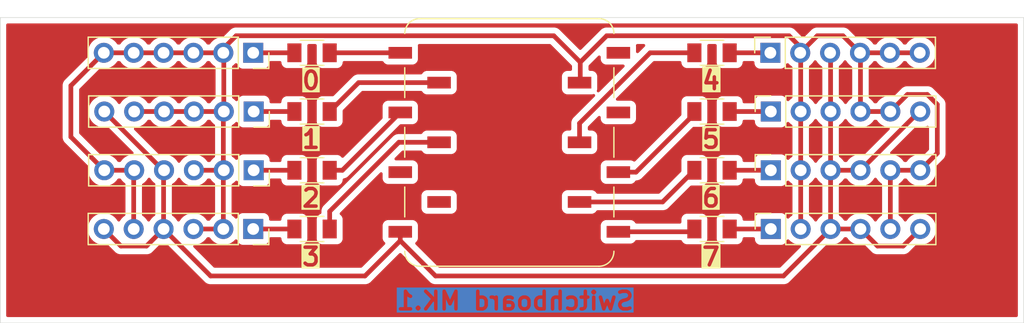
<source format=kicad_pcb>
(kicad_pcb (version 20241229) (generator "pcbnew") (generator_version "9.0")
  (layers (0 "F.Cu" signal) (2 "B.Cu" signal) (13 "F.Paste" user) (15 "B.Paste" user) (5 "F.SilkS" user "F.Silkscreen") (7 "B.SilkS" user "B.Silkscreen") (1 "F.Mask" user) (3 "B.Mask" user) (25 "Edge.Cuts" user))
  (net 0 "")
  (net 1 "GND")
  (net 3 "LED1")
  (net 4 "LED5")
  (net 5 "LED4")
  (net 7 "LED7")
  (net 8 "LED3")
  (net 9 "LED2")
  (net 10 "LED6")
  (net 11 "LED8")
  (net 14 "Net-(J6-Pin_1)")
  (net 15 "Net-(J2-Pin_1)")
  (net 16 "Net-(J1-Pin_1)")
  (net 17 "Net-(J3-Pin_1)")
  (net 18 "Net-(J5-Pin_1)")
  (net 19 "Net-(J4-Pin_1)")
  (net 20 "Net-(J7-Pin_1)")
  (net 21 "Net-(J8-Pin_1)")
  (net 22 "Pull up")
  (footprint "Connector_PinSocket_2.54mm:PinSocket_1x06_P2.54mm_Vertical" (layer "F.Cu") (at 221.5 65 90)
    (property "Reference" "J4" (hide yes))
    (property "Value" "Socket 06" (hide yes))
    (fp_line (start 1.33 -1.33) (end 1.33 0) (stroke (width 0.12)) (layer "F.SilkS"))
    (fp_line (start 0 -1.33) (end 1.33 -1.33) (stroke (width 0.12)) (layer "F.SilkS"))
    (fp_line (start 1.33 1.27) (end 1.33 14.03) (stroke (width 0.12)) (layer "F.SilkS"))
    (fp_line (start -1.33 1.27) (end 1.33 1.27) (stroke (width 0.12)) (layer "F.SilkS"))
    (fp_line (start -1.33 1.27) (end -1.33 14.03) (stroke (width 0.12)) (layer "F.SilkS"))
    (fp_line (start -1.33 14.03) (end 1.33 14.03) (stroke (width 0.12)) (layer "F.SilkS"))
    (pad "1" thru_hole rect (at 0 0 90) (size 1.7 1.7) (drill 1) (layers "*.Cu" "*.Mask") (net 19 "Net-(J4-Pin_1)"))
    (pad "2" thru_hole circle (at 0 2.54 90) (size 1.7 1.7) (drill 1) (layers "*.Cu" "*.Mask") (net 1 "GND"))
    (pad "3" thru_hole circle (at 0 5.08 90) (size 1.7 1.7) (drill 1) (layers "*.Cu" "*.Mask") (net 22 "Pull up"))
    (pad "4" thru_hole circle (at 0 7.62 90) (size 1.7 1.7) (drill 1) (layers "*.Cu" "*.Mask") (net 1 "GND"))
    (pad "5" thru_hole circle (at 0 10.16 90) (size 1.7 1.7) (drill 1) (layers "*.Cu" "*.Mask") (net 1 "GND"))
    (pad "6" thru_hole circle (at 0 12.7 90) (size 1.7 1.7) (drill 1) (layers "*.Cu" "*.Mask") (net 22 "Pull up"))
  )
  (footprint "Connector_PinSocket_2.54mm:PinSocket_1x06_P2.54mm_Vertical" (layer "F.Cu") (at 221.5 75 90)
    (property "Reference" "J8" (hide yes))
    (property "Value" "Socket 08" (hide yes))
    (fp_line (start 1.33 -1.33) (end 1.33 0) (stroke (width 0.12)) (layer "F.SilkS"))
    (fp_line (start 0 -1.33) (end 1.33 -1.33) (stroke (width 0.12)) (layer "F.SilkS"))
    (fp_line (start 1.33 1.27) (end 1.33 14.03) (stroke (width 0.12)) (layer "F.SilkS"))
    (fp_line (start -1.33 1.27) (end 1.33 1.27) (stroke (width 0.12)) (layer "F.SilkS"))
    (fp_line (start -1.33 1.27) (end -1.33 14.03) (stroke (width 0.12)) (layer "F.SilkS"))
    (fp_line (start -1.33 14.03) (end 1.33 14.03) (stroke (width 0.12)) (layer "F.SilkS"))
    (pad "1" thru_hole rect (at 0 0 90) (size 1.7 1.7) (drill 1) (layers "*.Cu" "*.Mask") (net 21 "Net-(J8-Pin_1)"))
    (pad "2" thru_hole circle (at 0 2.54 90) (size 1.7 1.7) (drill 1) (layers "*.Cu" "*.Mask") (net 1 "GND"))
    (pad "3" thru_hole circle (at 0 5.08 90) (size 1.7 1.7) (drill 1) (layers "*.Cu" "*.Mask") (net 22 "Pull up"))
    (pad "4" thru_hole circle (at 0 7.62 90) (size 1.7 1.7) (drill 1) (layers "*.Cu" "*.Mask") (net 22 "Pull up"))
    (pad "5" thru_hole circle (at 0 10.16 90) (size 1.7 1.7) (drill 1) (layers "*.Cu" "*.Mask") (net 1 "GND"))
    (pad "6" thru_hole circle (at 0 12.7 90) (size 1.7 1.7) (drill 1) (layers "*.Cu" "*.Mask") (net 22 "Pull up"))
  )
  (footprint "Connector_PinSocket_2.54mm:PinSocket_1x06_P2.54mm_Vertical" (layer "F.Cu") (at 177.54 65 -90)
    (property "Reference" "J1" (hide yes))
    (property "Value" "Socket 02" (hide yes))
    (fp_line (start -1.33 14.03) (end 1.33 14.03) (stroke (width 0.12)) (layer "F.SilkS"))
    (fp_line (start -1.33 1.27) (end -1.33 14.03) (stroke (width 0.12)) (layer "F.SilkS"))
    (fp_line (start -1.33 1.27) (end 1.33 1.27) (stroke (width 0.12)) (layer "F.SilkS"))
    (fp_line (start 1.33 1.27) (end 1.33 14.03) (stroke (width 0.12)) (layer "F.SilkS"))
    (fp_line (start 0 -1.33) (end 1.33 -1.33) (stroke (width 0.12)) (layer "F.SilkS"))
    (fp_line (start 1.33 -1.33) (end 1.33 0) (stroke (width 0.12)) (layer "F.SilkS"))
    (pad "1" thru_hole rect (at 0 0 270) (size 1.7 1.7) (drill 1) (layers "*.Cu" "*.Mask") (net 16 "Net-(J1-Pin_1)"))
    (pad "2" thru_hole circle (at 0 2.54 270) (size 1.7 1.7) (drill 1) (layers "*.Cu" "*.Mask") (net 1 "GND"))
    (pad "3" thru_hole circle (at 0 5.08 270) (size 1.7 1.7) (drill 1) (layers "*.Cu" "*.Mask") (net 1 "GND"))
    (pad "4" thru_hole circle (at 0 7.62 270) (size 1.7 1.7) (drill 1) (layers "*.Cu" "*.Mask") (net 1 "GND"))
    (pad "5" thru_hole circle (at 0 10.16 270) (size 1.7 1.7) (drill 1) (layers "*.Cu" "*.Mask") (net 1 "GND"))
    (pad "6" thru_hole circle (at 0 12.7 270) (size 1.7 1.7) (drill 1) (layers "*.Cu" "*.Mask") (net 22 "Pull up"))
  )
  (footprint "fab:R_1206" (layer "F.Cu") (at 216.5 75 180)
    (property "Reference" "R12" (hide yes))
    (property "Value" "Resistor" (hide yes))
    (fp_line (start 1 1.07) (end -1 1.07) (stroke (width 0.12)) (layer "F.SilkS"))
    (fp_line (start -1 -1.07) (end 1 -1.07) (stroke (width 0.12)) (layer "F.SilkS"))
    (pad "1" smd rect (at -1.5 0 180) (size 1.2 1.6) (layers "F.Cu" "F.Mask" "F.Paste") (net 21 "Net-(J8-Pin_1)"))
    (pad "2" smd rect (at 1.5 0 180) (size 1.2 1.6) (layers "F.Cu" "F.Mask" "F.Paste") (net 11 "LED8"))
  )
  (footprint "Connector_PinSocket_2.54mm:PinSocket_1x06_P2.54mm_Vertical" (layer "F.Cu") (at 177.5 60 -90)
    (property "Reference" "J3" (hide yes))
    (property "Value" "Socket 01" (hide yes))
    (fp_line (start -1.33 14.03) (end 1.33 14.03) (stroke (width 0.12)) (layer "F.SilkS"))
    (fp_line (start -1.33 1.27) (end -1.33 14.03) (stroke (width 0.12)) (layer "F.SilkS"))
    (fp_line (start -1.33 1.27) (end 1.33 1.27) (stroke (width 0.12)) (layer "F.SilkS"))
    (fp_line (start 1.33 1.27) (end 1.33 14.03) (stroke (width 0.12)) (layer "F.SilkS"))
    (fp_line (start 0 -1.33) (end 1.33 -1.33) (stroke (width 0.12)) (layer "F.SilkS"))
    (fp_line (start 1.33 -1.33) (end 1.33 0) (stroke (width 0.12)) (layer "F.SilkS"))
    (pad "1" thru_hole rect (at 0 0 270) (size 1.7 1.7) (drill 1) (layers "*.Cu" "*.Mask") (net 17 "Net-(J3-Pin_1)"))
    (pad "2" thru_hole circle (at 0 2.54 270) (size 1.7 1.7) (drill 1) (layers "*.Cu" "*.Mask") (net 1 "GND"))
    (pad "3" thru_hole circle (at 0 5.08 270) (size 1.7 1.7) (drill 1) (layers "*.Cu" "*.Mask") (net 1 "GND"))
    (pad "4" thru_hole circle (at 0 7.62 270) (size 1.7 1.7) (drill 1) (layers "*.Cu" "*.Mask") (net 1 "GND"))
    (pad "5" thru_hole circle (at 0 10.16 270) (size 1.7 1.7) (drill 1) (layers "*.Cu" "*.Mask") (net 1 "GND"))
    (pad "6" thru_hole circle (at 0 12.7 270) (size 1.7 1.7) (drill 1) (layers "*.Cu" "*.Mask") (net 1 "GND"))
  )
  (footprint "Connector_PinSocket_2.54mm:PinSocket_1x06_P2.54mm_Vertical" (layer "F.Cu") (at 221.46 60 90)
    (property "Reference" "J5" (hide yes))
    (property "Value" "Socket 05" (hide yes))
    (fp_line (start 1.33 -1.33) (end 1.33 0) (stroke (width 0.12)) (layer "F.SilkS"))
    (fp_line (start 0 -1.33) (end 1.33 -1.33) (stroke (width 0.12)) (layer "F.SilkS"))
    (fp_line (start 1.33 1.27) (end 1.33 14.03) (stroke (width 0.12)) (layer "F.SilkS"))
    (fp_line (start -1.33 1.27) (end 1.33 1.27) (stroke (width 0.12)) (layer "F.SilkS"))
    (fp_line (start -1.33 1.27) (end -1.33 14.03) (stroke (width 0.12)) (layer "F.SilkS"))
    (fp_line (start -1.33 14.03) (end 1.33 14.03) (stroke (width 0.12)) (layer "F.SilkS"))
    (pad "1" thru_hole rect (at 0 0 90) (size 1.7 1.7) (drill 1) (layers "*.Cu" "*.Mask") (net 18 "Net-(J5-Pin_1)"))
    (pad "2" thru_hole circle (at 0 2.54 90) (size 1.7 1.7) (drill 1) (layers "*.Cu" "*.Mask") (net 1 "GND"))
    (pad "3" thru_hole circle (at 0 5.08 90) (size 1.7 1.7) (drill 1) (layers "*.Cu" "*.Mask") (net 22 "Pull up"))
    (pad "4" thru_hole circle (at 0 7.62 90) (size 1.7 1.7) (drill 1) (layers "*.Cu" "*.Mask") (net 1 "GND"))
    (pad "5" thru_hole circle (at 0 10.16 90) (size 1.7 1.7) (drill 1) (layers "*.Cu" "*.Mask") (net 1 "GND"))
    (pad "6" thru_hole circle (at 0 12.7 90) (size 1.7 1.7) (drill 1) (layers "*.Cu" "*.Mask") (net 1 "GND"))
  )
  (footprint "Connector_PinSocket_2.54mm:PinSocket_1x06_P2.54mm_Vertical" (layer "F.Cu") (at 177.54 70 -90)
    (property "Reference" "J2" (hide yes))
    (property "Value" "Socket 03" (hide yes))
    (fp_line (start -1.33 14.03) (end 1.33 14.03) (stroke (width 0.12)) (layer "F.SilkS"))
    (fp_line (start -1.33 1.27) (end -1.33 14.03) (stroke (width 0.12)) (layer "F.SilkS"))
    (fp_line (start -1.33 1.27) (end 1.33 1.27) (stroke (width 0.12)) (layer "F.SilkS"))
    (fp_line (start 1.33 1.27) (end 1.33 14.03) (stroke (width 0.12)) (layer "F.SilkS"))
    (fp_line (start 0 -1.33) (end 1.33 -1.33) (stroke (width 0.12)) (layer "F.SilkS"))
    (fp_line (start 1.33 -1.33) (end 1.33 0) (stroke (width 0.12)) (layer "F.SilkS"))
    (pad "1" thru_hole rect (at 0 0 270) (size 1.7 1.7) (drill 1) (layers "*.Cu" "*.Mask") (net 15 "Net-(J2-Pin_1)"))
    (pad "2" thru_hole circle (at 0 2.54 270) (size 1.7 1.7) (drill 1) (layers "*.Cu" "*.Mask") (net 1 "GND"))
    (pad "3" thru_hole circle (at 0 5.08 270) (size 1.7 1.7) (drill 1) (layers "*.Cu" "*.Mask") (net 1 "GND"))
    (pad "4" thru_hole circle (at 0 7.62 270) (size 1.7 1.7) (drill 1) (layers "*.Cu" "*.Mask") (net 22 "Pull up"))
    (pad "5" thru_hole circle (at 0 10.16 270) (size 1.7 1.7) (drill 1) (layers "*.Cu" "*.Mask") (net 1 "GND"))
    (pad "6" thru_hole circle (at 0 12.7 270) (size 1.7 1.7) (drill 1) (layers "*.Cu" "*.Mask") (net 1 "GND"))
  )
  (footprint "fab:R_1206" (layer "F.Cu") (at 182.5 75)
    (property "Reference" "R1" (hide yes))
    (property "Value" "Resistor" (hide yes))
    (fp_line (start -1 -1.07) (end 1 -1.07) (stroke (width 0.12)) (layer "F.SilkS"))
    (fp_line (start 1 1.07) (end -1 1.07) (stroke (width 0.12)) (layer "F.SilkS"))
    (pad "1" smd rect (at -1.5 0) (size 1.2 1.6) (layers "F.Cu" "F.Mask" "F.Paste") (net 14 "Net-(J6-Pin_1)"))
    (pad "2" smd rect (at 1.5 0) (size 1.2 1.6) (layers "F.Cu" "F.Mask" "F.Paste") (net 5 "LED4"))
  )
  (footprint "fab:R_1206" (layer "F.Cu") (at 216.5 60 180)
    (property "Reference" "R9" (hide yes))
    (property "Value" "Resistor" (hide yes))
    (fp_line (start 1 1.07) (end -1 1.07) (stroke (width 0.12)) (layer "F.SilkS"))
    (fp_line (start -1 -1.07) (end 1 -1.07) (stroke (width 0.12)) (layer "F.SilkS"))
    (pad "1" smd rect (at -1.5 0 180) (size 1.2 1.6) (layers "F.Cu" "F.Mask" "F.Paste") (net 18 "Net-(J5-Pin_1)"))
    (pad "2" smd rect (at 1.5 0 180) (size 1.2 1.6) (layers "F.Cu" "F.Mask" "F.Paste") (net 4 "LED5"))
  )
  (footprint "fab:R_1206" (layer "F.Cu") (at 182.5 70)
    (property "Reference" "R2" (hide yes))
    (property "Value" "Resistor" (hide yes))
    (fp_line (start -1 -1.07) (end 1 -1.07) (stroke (width 0.12)) (layer "F.SilkS"))
    (fp_line (start 1 1.07) (end -1 1.07) (stroke (width 0.12)) (layer "F.SilkS"))
    (pad "1" smd rect (at -1.5 0) (size 1.2 1.6) (layers "F.Cu" "F.Mask" "F.Paste") (net 15 "Net-(J2-Pin_1)"))
    (pad "2" smd rect (at 1.5 0) (size 1.2 1.6) (layers "F.Cu" "F.Mask" "F.Paste") (net 8 "LED3"))
  )
  (footprint "Connector_PinSocket_2.54mm:PinSocket_1x06_P2.54mm_Vertical" (layer "F.Cu") (at 177.5 75 -90)
    (property "Reference" "J6" (hide yes))
    (property "Value" "Socket 04" (hide yes))
    (fp_line (start -1.33 14.03) (end 1.33 14.03) (stroke (width 0.12)) (layer "F.SilkS"))
    (fp_line (start -1.33 1.27) (end -1.33 14.03) (stroke (width 0.12)) (layer "F.SilkS"))
    (fp_line (start -1.33 1.27) (end 1.33 1.27) (stroke (width 0.12)) (layer "F.SilkS"))
    (fp_line (start 1.33 1.27) (end 1.33 14.03) (stroke (width 0.12)) (layer "F.SilkS"))
    (fp_line (start 0 -1.33) (end 1.33 -1.33) (stroke (width 0.12)) (layer "F.SilkS"))
    (fp_line (start 1.33 -1.33) (end 1.33 0) (stroke (width 0.12)) (layer "F.SilkS"))
    (pad "1" thru_hole rect (at 0 0 270) (size 1.7 1.7) (drill 1) (layers "*.Cu" "*.Mask") (net 14 "Net-(J6-Pin_1)"))
    (pad "2" thru_hole circle (at 0 2.54 270) (size 1.7 1.7) (drill 1) (layers "*.Cu" "*.Mask") (net 1 "GND"))
    (pad "3" thru_hole circle (at 0 5.08 270) (size 1.7 1.7) (drill 1) (layers "*.Cu" "*.Mask") (net 1 "GND"))
    (pad "4" thru_hole circle (at 0 7.62 270) (size 1.7 1.7) (drill 1) (layers "*.Cu" "*.Mask") (net 22 "Pull up"))
    (pad "5" thru_hole circle (at 0 10.16 270) (size 1.7 1.7) (drill 1) (layers "*.Cu" "*.Mask") (net 1 "GND"))
    (pad "6" thru_hole circle (at 0 12.7 270) (size 1.7 1.7) (drill 1) (layers "*.Cu" "*.Mask") (net 22 "Pull up"))
  )
  (footprint "fab:R_1206" (layer "F.Cu") (at 182.5 65)
    (property "Reference" "R7" (hide yes))
    (property "Value" "Resistor" (hide yes))
    (fp_line (start -1 -1.07) (end 1 -1.07) (stroke (width 0.12)) (layer "F.SilkS"))
    (fp_line (start 1 1.07) (end -1 1.07) (stroke (width 0.12)) (layer "F.SilkS"))
    (pad "1" smd rect (at -1.5 0) (size 1.2 1.6) (layers "F.Cu" "F.Mask" "F.Paste") (net 16 "Net-(J1-Pin_1)"))
    (pad "2" smd rect (at 1.5 0) (size 1.2 1.6) (layers "F.Cu" "F.Mask" "F.Paste") (net 9 "LED2"))
  )
  (footprint "fab:R_1206" (layer "F.Cu") (at 216.5 70 180)
    (property "Reference" "R11" (hide yes))
    (property "Value" "Resistor" (hide yes))
    (fp_line (start 1 1.07) (end -1 1.07) (stroke (width 0.12)) (layer "F.SilkS"))
    (fp_line (start -1 -1.07) (end 1 -1.07) (stroke (width 0.12)) (layer "F.SilkS"))
    (pad "1" smd rect (at -1.5 0 180) (size 1.2 1.6) (layers "F.Cu" "F.Mask" "F.Paste") (net 20 "Net-(J7-Pin_1)"))
    (pad "2" smd rect (at 1.5 0 180) (size 1.2 1.6) (layers "F.Cu" "F.Mask" "F.Paste") (net 7 "LED7"))
  )
  (footprint "fab:R_1206" (layer "F.Cu") (at 216.5 65 180)
    (property "Reference" "R10" (hide yes))
    (property "Value" "Resistor" (hide yes))
    (fp_line (start 1 1.07) (end -1 1.07) (stroke (width 0.12)) (layer "F.SilkS"))
    (fp_line (start -1 -1.07) (end 1 -1.07) (stroke (width 0.12)) (layer "F.SilkS"))
    (pad "1" smd rect (at -1.5 0 180) (size 1.2 1.6) (layers "F.Cu" "F.Mask" "F.Paste") (net 19 "Net-(J4-Pin_1)"))
    (pad "2" smd rect (at 1.5 0 180) (size 1.2 1.6) (layers "F.Cu" "F.Mask" "F.Paste") (net 10 "LED6"))
  )
  (footprint "Connector_PinSocket_2.54mm:PinSocket_1x06_P2.54mm_Vertical" (layer "F.Cu") (at 221.5 70 90)
    (property "Reference" "J7" (hide yes))
    (property "Value" "Socket 07" (hide yes))
    (fp_line (start 1.33 -1.33) (end 1.33 0) (stroke (width 0.12)) (layer "F.SilkS"))
    (fp_line (start 0 -1.33) (end 1.33 -1.33) (stroke (width 0.12)) (layer "F.SilkS"))
    (fp_line (start 1.33 1.27) (end 1.33 14.03) (stroke (width 0.12)) (layer "F.SilkS"))
    (fp_line (start -1.33 1.27) (end 1.33 1.27) (stroke (width 0.12)) (layer "F.SilkS"))
    (fp_line (start -1.33 1.27) (end -1.33 14.03) (stroke (width 0.12)) (layer "F.SilkS"))
    (fp_line (start -1.33 14.03) (end 1.33 14.03) (stroke (width 0.12)) (layer "F.SilkS"))
    (pad "1" thru_hole rect (at 0 0 90) (size 1.7 1.7) (drill 1) (layers "*.Cu" "*.Mask") (net 20 "Net-(J7-Pin_1)"))
    (pad "2" thru_hole circle (at 0 2.54 90) (size 1.7 1.7) (drill 1) (layers "*.Cu" "*.Mask") (net 1 "GND"))
    (pad "3" thru_hole circle (at 0 5.08 90) (size 1.7 1.7) (drill 1) (layers "*.Cu" "*.Mask") (net 22 "Pull up"))
    (pad "4" thru_hole circle (at 0 7.62 90) (size 1.7 1.7) (drill 1) (layers "*.Cu" "*.Mask") (net 22 "Pull up"))
    (pad "5" thru_hole circle (at 0 10.16 90) (size 1.7 1.7) (drill 1) (layers "*.Cu" "*.Mask") (net 1 "GND"))
    (pad "6" thru_hole circle (at 0 12.7 90) (size 1.7 1.7) (drill 1) (layers "*.Cu" "*.Mask") (net 1 "GND"))
  )
  (footprint "fab:Module_XIAO_Generic_SocketSMD" (layer "F.Cu") (at 199.27 67.62)
    (property "Reference" "M1" (hide yes))
    (property "Value" "XIAO ESP32-C3" (hide yes))
    (fp_line (start -8.89 -6.35) (end -8.89 -3.81) (stroke (width 0.12)) (layer "F.SilkS"))
    (fp_line (start -8.89 -1.27) (end -8.89 1.27) (stroke (width 0.12)) (layer "F.SilkS"))
    (fp_line (start -8.89 3.81) (end -8.89 6.35) (stroke (width 0.12)) (layer "F.SilkS"))
    (fp_line (start -7.6175 -10.531) (end 7.6225 -10.531) (stroke (width 0.12)) (layer "F.SilkS"))
    (fp_line (start 7.6225 10.551) (end -7.6175 10.551) (stroke (width 0.12)) (layer "F.SilkS"))
    (fp_line (start 8.89 -6.35) (end 8.89 -3.81) (stroke (width 0.12)) (layer "F.SilkS"))
    (fp_line (start 8.89 -1.27) (end 8.89 1.27) (stroke (width 0.12)) (layer "F.SilkS"))
    (fp_line (start 8.89 3.81) (end 8.89 6.35) (stroke (width 0.12)) (layer "F.SilkS"))
    (fp_arc (start -8.8875 -9.261) (mid -8.515526 -10.159026) (end -7.6175 -10.531) (stroke (width 0.12)) (layer "F.SilkS"))
    (fp_arc (start -7.6175 10.551) (mid -8.515526 10.179026) (end -8.8875 9.281) (stroke (width 0.12)) (layer "F.SilkS"))
    (fp_arc (start 7.6225 -10.531) (mid 8.520526 -10.159026) (end 8.8925 -9.261) (stroke (width 0.12)) (layer "F.SilkS"))
    (fp_arc (start 8.8925 9.281) (mid 8.520526 10.179026) (end 7.6225 10.551) (stroke (width 0.12)) (layer "F.SilkS"))
    (pad "1" smd rect (at -9.27 -7.62) (size 2 1) (layers "F.Cu" "F.Mask" "F.Paste") (net 3 "LED1"))
    (pad "2" smd rect (at -5.97 -5.08) (size 2 1) (layers "F.Cu" "F.Mask" "F.Paste") (net 9 "LED2"))
    (pad "3" smd rect (at -9.27 -2.54) (size 2 1) (layers "F.Cu" "F.Mask" "F.Paste") (net 8 "LED3"))
    (pad "4" smd rect (at -5.97 0) (size 2 1) (layers "F.Cu" "F.Mask" "F.Paste") (net 5 "LED4"))
    (pad "5" smd rect (at -9.27 2.54) (size 2 1) (layers "F.Cu" "F.Mask" "F.Paste"))
    (pad "6" smd rect (at -5.97 5.08) (size 2 1) (layers "F.Cu" "F.Mask" "F.Paste"))
    (pad "7" smd rect (at -9.27 7.62) (size 2 1) (layers "F.Cu" "F.Mask" "F.Paste") (net 22 "Pull up"))
    (pad "8" smd rect (at 9.27 7.62) (size 2 1) (layers "F.Cu" "F.Mask" "F.Paste") (net 11 "LED8"))
    (pad "9" smd rect (at 5.97 5.08) (size 2 1) (layers "F.Cu" "F.Mask" "F.Paste") (net 7 "LED7"))
    (pad "10" smd rect (at 9.27 2.54) (size 2 1) (layers "F.Cu" "F.Mask" "F.Paste") (net 10 "LED6"))
    (pad "11" smd rect (at 5.97 0) (size 2 1) (layers "F.Cu" "F.Mask" "F.Paste") (net 4 "LED5"))
    (pad "12" smd rect (at 9.27 -2.54) (size 2 1) (layers "F.Cu" "F.Mask" "F.Paste"))
    (pad "13" smd rect (at 5.97 -5.08) (size 2 1) (layers "F.Cu" "F.Mask" "F.Paste") (net 1 "GND"))
    (pad "14" smd rect (at 9.27 -7.62) (size 2 1) (layers "F.Cu" "F.Mask" "F.Paste"))
  )
  (footprint "fab:R_1206" (layer "F.Cu") (at 182.5 60)
    (property "Reference" "R8" (hide yes))
    (property "Value" "Resistor" (hide yes))
    (fp_line (start -1 -1.07) (end 1 -1.07) (stroke (width 0.12)) (layer "F.SilkS"))
    (fp_line (start 1 1.07) (end -1 1.07) (stroke (width 0.12)) (layer "F.SilkS"))
    (pad "1" smd rect (at -1.5 0) (size 1.2 1.6) (layers "F.Cu" "F.Mask" "F.Paste") (net 17 "Net-(J3-Pin_1)"))
    (pad "2" smd rect (at 1.5 0) (size 1.2 1.6) (layers "F.Cu" "F.Mask" "F.Paste") (net 3 "LED1"))
  )
  (gr_rect (start 156 57) (end 243 83) (stroke (width 0.05)) (fill no) (layer "Edge.Cuts"))
  (gr_text "Switchboard MK.1" (at 210 82 0) (layer "B.Cu" knockout) (effects (font (size 1.5 1.5) (thickness 0.3) (bold yes)) (justify left bottom mirror)))
  (gr_text "5" (at 215.5 68.25 0) (layer "F.SilkS" knockout) (effects (font (size 1.5 1.5) (thickness 0.3) (bold yes)) (justify left bottom)))
  (gr_text "7" (at 215.5 78.25 0) (layer "F.SilkS" knockout) (effects (font (size 1.5 1.5) (thickness 0.3) (bold yes)) (justify left bottom)))
  (gr_text "3" (at 181.5 78.25 0) (layer "F.SilkS" knockout) (effects (font (size 1.5 1.5) (thickness 0.3) (bold yes)) (justify left bottom)))
  (gr_text "6" (at 215.5 73.25 0) (layer "F.SilkS" knockout) (effects (font (size 1.5 1.5) (thickness 0.3) (bold yes)) (justify left bottom)))
  (gr_text "2" (at 181.5 73.25 0) (layer "F.SilkS" knockout) (effects (font (size 1.5 1.5) (thickness 0.3) (bold yes)) (justify left bottom)))
  (gr_text "1" (at 181.5 68.25 0) (layer "F.SilkS" knockout) (effects (font (size 1.5 1.5) (thickness 0.3) (bold yes)) (justify left bottom)))
  (gr_text "4" (at 215.5 63.25 0) (layer "F.SilkS" knockout) (effects (font (size 1.5 1.5) (thickness 0.3) (bold yes)) (justify left bottom)))
  (gr_text "0" (at 181.5 63.25 0) (layer "F.SilkS" knockout) (effects (font (size 1.5 1.5) (thickness 0.3) (bold yes)) (justify left bottom)))
  (segment (start 231.66 70) (end 231.66 75) (width 0.4) (layer "F.Cu") (net 1))
  (segment (start 175 70) (end 172.46 70) (width 0.4) (layer "F.Cu") (net 1))
  (segment (start 174.96 60) (end 164.8 60) (width 0.4) (layer "F.Cu") (net 1))
  (segment (start 203.049 58.549) (end 205.3 60.8) (width 0.4) (layer "F.Cu") (net 1))
  (segment (start 229.08 60) (end 234.16 60) (width 0.4) (layer "F.Cu") (net 1))
  (segment (start 229.08 60.58) (end 229.12 60.62) (width 0.4) (layer "F.Cu") (net 1))
  (segment (start 224.04 60.54) (end 224.04 75) (width 0.4) (layer "F.Cu") (net 1))
  (segment (start 234.801024 63.549) (end 235.651 64.398976) (width 0.4) (layer "F.Cu") (net 1))
  (segment (start 231.66 70) (end 234.2 70) (width 0.4) (layer "F.Cu") (net 1))
  (segment (start 175 65) (end 167.38 65) (width 0.4) (layer "F.Cu") (net 1))
  (segment (start 167.34 70.04) (end 167.38 70) (width 0.4) (layer "F.Cu") (net 1))
  (segment (start 235.651 68.549) (end 234.2 70) (width 0.4) (layer "F.Cu") (net 1))
  (segment (start 162 67.16) (end 162 62.8) (width 0.4) (layer "F.Cu") (net 1))
  (segment (start 175 60.04) (end 174.96 60) (width 0.4) (layer "F.Cu") (net 1))
  (segment (start 176.049 58.549) (end 203.049 58.549) (width 0.4) (layer "F.Cu") (net 1))
  (segment (start 162 62.8) (end 164.8 60) (width 0.4) (layer "F.Cu") (net 1))
  (segment (start 174.96 60) (end 174.96 59.638) (width 0.4) (layer "F.Cu") (net 1))
  (segment (start 175 65) (end 175 60.04) (width 0.4) (layer "F.Cu") (net 1))
  (segment (start 229.12 60.62) (end 229.12 65) (width 0.4) (layer "F.Cu") (net 1))
  (segment (start 224 60) (end 225.451 58.549) (width 0.4) (layer "F.Cu") (net 1))
  (segment (start 174.96 59.638) (end 176.049 58.549) (width 0.4) (layer "F.Cu") (net 1))
  (segment (start 167.34 75) (end 167.34 70.04) (width 0.4) (layer "F.Cu") (net 1))
  (segment (start 205.3 60.8) (end 207.551 58.549) (width 0.4) (layer "F.Cu") (net 1))
  (segment (start 233.111 63.549) (end 234.801024 63.549) (width 0.4) (layer "F.Cu") (net 1))
  (segment (start 164.84 70) (end 162 67.16) (width 0.4) (layer "F.Cu") (net 1))
  (segment (start 174.96 65.04) (end 175 65) (width 0.4) (layer "F.Cu") (net 1))
  (segment (start 229.12 65) (end 231.66 65) (width 0.4) (layer "F.Cu") (net 1))
  (segment (start 205.3 62.48) (end 205.3 60.8) (width 0.4) (layer "F.Cu") (net 1))
  (segment (start 224 59.5) (end 224 60) (width 0.4) (layer "F.Cu") (net 1))
  (segment (start 235.651 64.398976) (end 235.651 68.549) (width 0.4) (layer "F.Cu") (net 1))
  (segment (start 205.24 62.54) (end 205.3 62.48) (width 0.4) (layer "F.Cu") (net 1))
  (segment (start 229.08 60) (end 229.08 60.58) (width 0.4) (layer "F.Cu") (net 1))
  (segment (start 223.049 58.549) (end 224 59.5) (width 0.4) (layer "F.Cu") (net 1))
  (segment (start 207.551 58.549) (end 223.049 58.549) (width 0.4) (layer "F.Cu") (net 1))
  (segment (start 231.66 65) (end 233.111 63.549) (width 0.4) (layer "F.Cu") (net 1))
  (segment (start 224 60) (end 224 60.5) (width 0.4) (layer "F.Cu") (net 1))
  (segment (start 174.96 75) (end 174.96 65.04) (width 0.4) (layer "F.Cu") (net 1))
  (segment (start 167.38 70) (end 164.84 70) (width 0.4) (layer "F.Cu") (net 1))
  (segment (start 174.96 75) (end 172.42 75) (width 0.4) (layer "F.Cu") (net 1))
  (segment (start 225.451 58.549) (end 227.629 58.549) (width 0.4) (layer "F.Cu") (net 1))
  (segment (start 224 60.5) (end 224.04 60.54) (width 0.4) (layer "F.Cu") (net 1))
  (segment (start 227.629 58.549) (end 229.08 60) (width 0.4) (layer "F.Cu") (net 1))
  (segment (start 190 60) (end 184 60) (width 0.4) (layer "F.Cu") (net 3))
  (segment (start 205.24 67.62) (end 205.24 66.002) (width 0.4) (layer "F.Cu") (net 4))
  (segment (start 211.242 60) (end 215 60) (width 0.4) (layer "F.Cu") (net 4))
  (segment (start 205.24 66.002) (end 211.242 60) (width 0.4) (layer "F.Cu") (net 4))
  (segment (start 193.3 67.62) (end 189.88 67.62) (width 0.4) (layer "F.Cu") (net 5))
  (segment (start 184 73.5) (end 184 75) (width 0.4) (layer "F.Cu") (net 5))
  (segment (start 189.88 67.62) (end 184 73.5) (width 0.4) (layer "F.Cu") (net 5))
  (segment (start 212.3 72.7) (end 205.24 72.7) (width 0.4) (layer "F.Cu") (net 7))
  (segment (start 215 70) (end 212.3 72.7) (width 0.4) (layer "F.Cu") (net 7))
  (segment (start 190 65.08) (end 185.08 70) (width 0.4) (layer "F.Cu") (net 8))
  (segment (start 185.08 70) (end 184 70) (width 0.4) (layer "F.Cu") (net 8))
  (segment (start 193.3 62.54) (end 186.46 62.54) (width 0.4) (layer "F.Cu") (net 9))
  (segment (start 186.46 62.54) (end 184 65) (width 0.4) (layer "F.Cu") (net 9))
  (segment (start 210.04 70.16) (end 215 65.2) (width 0.4) (layer "F.Cu") (net 10))
  (segment (start 208.54 70.16) (end 210.04 70.16) (width 0.4) (layer "F.Cu") (net 10))
  (segment (start 215 65.2) (end 215 65) (width 0.4) (layer "F.Cu") (net 10))
  (segment (start 208.54 75.24) (end 209 75.24) (width 0.4) (layer "F.Cu") (net 11))
  (segment (start 214.76 75.24) (end 215 75) (width 0.4) (layer "F.Cu") (net 11))
  (segment (start 209 75.24) (end 209.24 75) (width 0.4) (layer "F.Cu") (net 11))
  (segment (start 208.54 75.24) (end 214.76 75.24) (width 0.4) (layer "F.Cu") (net 11))
  (segment (start 177.5 75) (end 181 75) (width 0.4) (layer "F.Cu") (net 14))
  (segment (start 181 70) (end 177.54 70) (width 0.4) (layer "F.Cu") (net 15))
  (segment (start 177.54 65) (end 181 65) (width 0.4) (layer "F.Cu") (net 16))
  (segment (start 181 60) (end 177.5 60) (width 0.4) (layer "F.Cu") (net 17))
  (segment (start 218 60) (end 221.46 60) (width 0.4) (layer "F.Cu") (net 18))
  (segment (start 221.5 65) (end 218 65) (width 0.4) (layer "F.Cu") (net 19))
  (segment (start 218 70) (end 221.5 70) (width 0.4) (layer "F.Cu") (net 20))
  (segment (start 221.5 75) (end 218 75) (width 0.4) (layer "F.Cu") (net 21))
  (segment (start 166.251 76.451) (end 168.429 76.451) (width 0.4) (layer "F.Cu") (net 22))
  (segment (start 190 76) (end 193 79) (width 0.4) (layer "F.Cu") (net 22))
  (segment (start 190 75.24) (end 190 76) (width 0.4) (layer "F.Cu") (net 22))
  (segment (start 164.84 65) (end 169.88 70.04) (width 0.4) (layer "F.Cu") (net 22))
  (segment (start 169.88 70.04) (end 169.92 70) (width 0.4) (layer "F.Cu") (net 22))
  (segment (start 193 79) (end 222.58 79) (width 0.4) (layer "F.Cu") (net 22))
  (segment (start 234.12 65) (end 234.2 65) (width 0.4) (layer "F.Cu") (net 22))
  (segment (start 230.571 76.451) (end 232.749 76.451) (width 0.4) (layer "F.Cu") (net 22))
  (segment (start 169.88 75) (end 173.88 79) (width 0.4) (layer "F.Cu") (net 22))
  (segment (start 226.58 60.04) (end 226.54 60) (width 0.4) (layer "F.Cu") (net 22))
  (segment (start 168.429 76.451) (end 169.88 75) (width 0.4) (layer "F.Cu") (net 22))
  (segment (start 229.12 75) (end 230.571 76.451) (width 0.4) (layer "F.Cu") (net 22))
  (segment (start 226.58 75) (end 226.58 60.04) (width 0.4) (layer "F.Cu") (net 22))
  (segment (start 173.88 79) (end 187 79) (width 0.4) (layer "F.Cu") (net 22))
  (segment (start 190 76) (end 187 79) (width 0.4) (layer "F.Cu") (net 22))
  (segment (start 226.58 75) (end 229.12 75) (width 0.4) (layer "F.Cu") (net 22))
  (segment (start 164.8 75) (end 166.251 76.451) (width 0.4) (layer "F.Cu") (net 22))
  (segment (start 229.12 70) (end 234.12 65) (width 0.4) (layer "F.Cu") (net 22))
  (segment (start 222.58 79) (end 226.58 75) (width 0.4) (layer "F.Cu") (net 22))
  (segment (start 164.92 65) (end 164.84 65) (width 0.4) (layer "F.Cu") (net 22))
  (segment (start 232.749 76.451) (end 234.2 75) (width 0.4) (layer "F.Cu") (net 22))
  (segment (start 169.88 70.04) (end 169.88 75) (width 0.4) (layer "F.Cu") (net 22))
  (segment (start 229.12 70) (end 226.58 70) (width 0.4) (layer "F.Cu") (net 22))
  (zone (net 0) (net_name "") (layer "F.Cu") (connect_pads (clearance 0.5)) (min_thickness 0.25) (fill yes (thermal_gap 0.5) (thermal_bridge_width 0.5) (island_removal_mode 1) (island_area_min 10))
    (polygon (pts (xy 243 57) (xy 243 83) (xy 156 83) (xy 156 57)))
  )
)
</source>
